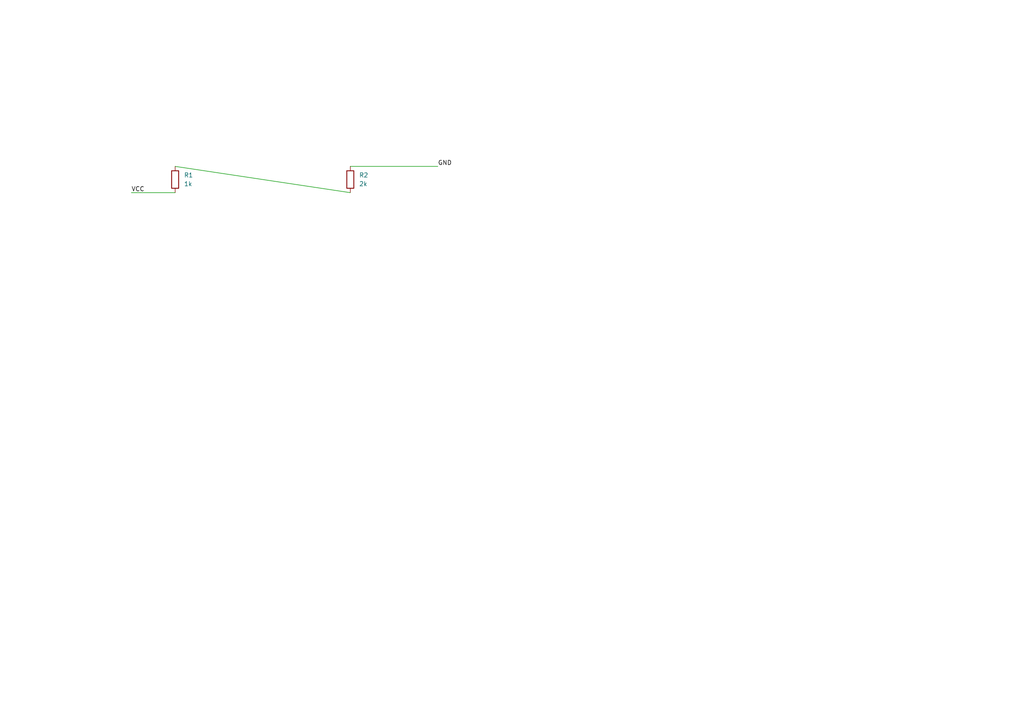
<source format=kicad_sch>
(kicad_sch (version 20250114) (generator "eeschema") (generator_version "9.0")
  (paper "A4")
  (title_block (title "Perfect Grid"))
  (lib_symbols
    (symbol "Device:R" (pin_numbers (hide yes)) (pin_names (offset 0))
      (property "Reference" "R" (at 2.032 0 90))
      (property "Value" "R" (at 0 0 90))
      (symbol "R_0_1"
        (rectangle (start -1.016 -2.54) (end 1.016 2.54) (stroke (width 0.254)))
      )
      (symbol "R_1_1"
        (pin passive line (at 0 3.81 270) (length 1.27) (name "~") (number "1"))
        (pin passive line (at 0 -3.81 90) (length 1.27) (name "~") (number "2"))
      )
    )
  )
  (symbol (lib_id "Device:R") (at 50.8 52.07 0) (unit 1)
    (property "Reference" "R1" (at 53.34 50.7999 0) (effects (justify left)))
    (property "Value" "1k" (at 53.34 53.3399 0) (effects (justify left)))
  )
  (symbol (lib_id "Device:R") (at 101.6 52.07 0) (unit 1)
    (property "Reference" "R2" (at 104.14 50.7999 0) (effects (justify left)))
    (property "Value" "2k" (at 104.14 53.3399 0) (effects (justify left)))
  )
  (wire (pts (xy 50.8 48.26) (xy 101.6 55.88)))
  (wire (pts (xy 50.8 55.88) (xy 38.1 55.88)))
  (wire (pts (xy 101.6 48.26) (xy 127 48.26)))
  (label "VCC" (at 38.1 55.88 0.0000))
  (label "GND" (at 127 48.26 0.0000))
)
</source>
